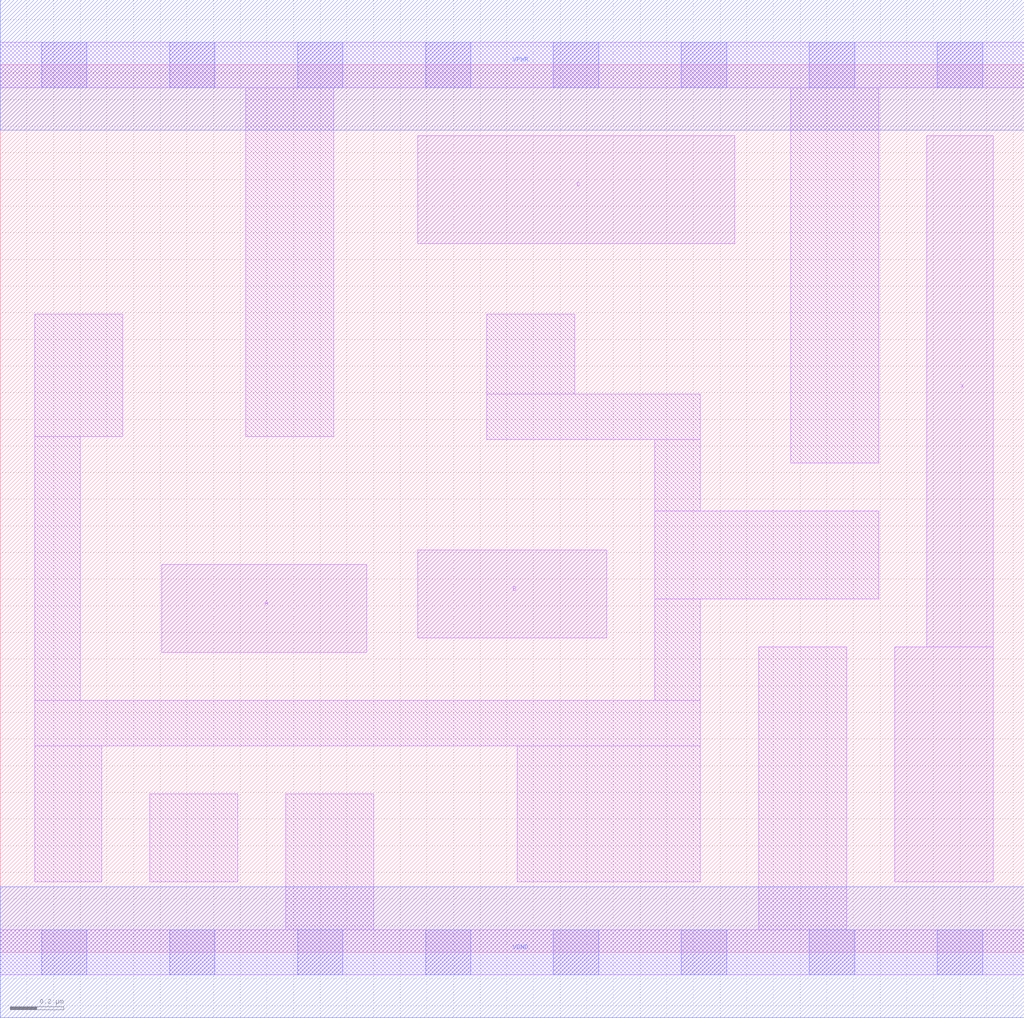
<source format=lef>
# Copyright 2020 The SkyWater PDK Authors
#
# Licensed under the Apache License, Version 2.0 (the "License");
# you may not use this file except in compliance with the License.
# You may obtain a copy of the License at
#
#     https://www.apache.org/licenses/LICENSE-2.0
#
# Unless required by applicable law or agreed to in writing, software
# distributed under the License is distributed on an "AS IS" BASIS,
# WITHOUT WARRANTIES OR CONDITIONS OF ANY KIND, either express or implied.
# See the License for the specific language governing permissions and
# limitations under the License.
#
# SPDX-License-Identifier: Apache-2.0

VERSION 5.7 ;
  NOWIREEXTENSIONATPIN ON ;
  DIVIDERCHAR "/" ;
  BUSBITCHARS "[]" ;
UNITS
  DATABASE MICRONS 200 ;
END UNITS
MACRO sky130_fd_sc_lp__maj3_1
  CLASS CORE ;
  FOREIGN sky130_fd_sc_lp__maj3_1 ;
  ORIGIN  0.000000  0.000000 ;
  SIZE  3.840000 BY  3.330000 ;
  SYMMETRY X Y R90 ;
  SITE unit ;
  PIN A
    ANTENNAGATEAREA  0.252000 ;
    DIRECTION INPUT ;
    USE SIGNAL ;
    PORT
      LAYER li1 ;
        RECT 0.605000 1.125000 1.375000 1.455000 ;
    END
  END A
  PIN B
    ANTENNAGATEAREA  0.252000 ;
    DIRECTION INPUT ;
    USE SIGNAL ;
    PORT
      LAYER li1 ;
        RECT 1.565000 1.180000 2.275000 1.510000 ;
    END
  END B
  PIN C
    ANTENNAGATEAREA  0.252000 ;
    DIRECTION INPUT ;
    USE SIGNAL ;
    PORT
      LAYER li1 ;
        RECT 1.565000 2.660000 2.755000 3.065000 ;
    END
  END C
  PIN X
    ANTENNADIFFAREA  0.598500 ;
    DIRECTION OUTPUT ;
    USE SIGNAL ;
    PORT
      LAYER li1 ;
        RECT 3.355000 0.265000 3.725000 1.145000 ;
        RECT 3.475000 1.145000 3.725000 3.065000 ;
    END
  END X
  PIN VGND
    DIRECTION INOUT ;
    USE GROUND ;
    PORT
      LAYER met1 ;
        RECT 0.000000 -0.245000 3.840000 0.245000 ;
    END
  END VGND
  PIN VPWR
    DIRECTION INOUT ;
    USE POWER ;
    PORT
      LAYER met1 ;
        RECT 0.000000 3.085000 3.840000 3.575000 ;
    END
  END VPWR
  OBS
    LAYER li1 ;
      RECT 0.000000 -0.085000 3.840000 0.085000 ;
      RECT 0.000000  3.245000 3.840000 3.415000 ;
      RECT 0.130000  0.265000 0.380000 0.775000 ;
      RECT 0.130000  0.775000 2.625000 0.945000 ;
      RECT 0.130000  0.945000 0.300000 1.935000 ;
      RECT 0.130000  1.935000 0.460000 2.395000 ;
      RECT 0.560000  0.265000 0.890000 0.595000 ;
      RECT 0.920000  1.935000 1.250000 3.245000 ;
      RECT 1.070000  0.085000 1.400000 0.595000 ;
      RECT 1.825000  1.925000 2.625000 2.095000 ;
      RECT 1.825000  2.095000 2.155000 2.395000 ;
      RECT 1.940000  0.265000 2.625000 0.775000 ;
      RECT 2.455000  0.945000 2.625000 1.325000 ;
      RECT 2.455000  1.325000 3.295000 1.655000 ;
      RECT 2.455000  1.655000 2.625000 1.925000 ;
      RECT 2.845000  0.085000 3.175000 1.145000 ;
      RECT 2.965000  1.835000 3.295000 3.245000 ;
    LAYER mcon ;
      RECT 0.155000 -0.085000 0.325000 0.085000 ;
      RECT 0.155000  3.245000 0.325000 3.415000 ;
      RECT 0.635000 -0.085000 0.805000 0.085000 ;
      RECT 0.635000  3.245000 0.805000 3.415000 ;
      RECT 1.115000 -0.085000 1.285000 0.085000 ;
      RECT 1.115000  3.245000 1.285000 3.415000 ;
      RECT 1.595000 -0.085000 1.765000 0.085000 ;
      RECT 1.595000  3.245000 1.765000 3.415000 ;
      RECT 2.075000 -0.085000 2.245000 0.085000 ;
      RECT 2.075000  3.245000 2.245000 3.415000 ;
      RECT 2.555000 -0.085000 2.725000 0.085000 ;
      RECT 2.555000  3.245000 2.725000 3.415000 ;
      RECT 3.035000 -0.085000 3.205000 0.085000 ;
      RECT 3.035000  3.245000 3.205000 3.415000 ;
      RECT 3.515000 -0.085000 3.685000 0.085000 ;
      RECT 3.515000  3.245000 3.685000 3.415000 ;
  END
END sky130_fd_sc_lp__maj3_1
END LIBRARY

</source>
